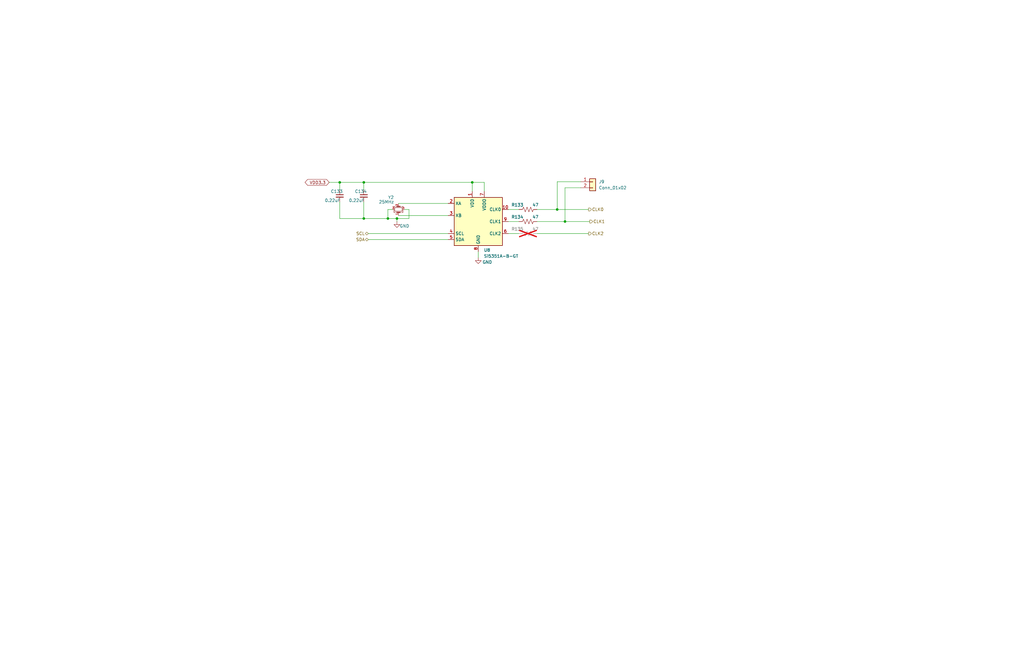
<source format=kicad_sch>
(kicad_sch (version 20230121) (generator eeschema)
  (paper "B")
  (lib_symbols
    (symbol "Connector_Generic:Conn_01x02" (pin_names (offset 1.016) hide)
      (property "Reference" "J" (at 0 2.54 0))
      (property "Value" "Conn_01x02" (at 0 -5.08 0))
      (symbol "Conn_01x02_1_1"
        (rectangle (start -1.27 -2.413) (end 0 -2.667) (stroke (width 0.1524)))
        (rectangle (start -1.27 0.127) (end 0 -0.127) (stroke (width 0.1524)))
        (rectangle (start -1.27 1.27) (end 1.27 -3.81) (stroke (width 0.254)) (fill (type background)))
        (pin passive line (at -5.08 0 0) (length 3.81) (name "Pin_1") (number "1"))
        (pin passive line (at -5.08 -2.54 0) (length 3.81) (name "Pin_2") (number "2"))
      )
    )
    (symbol "Device:C_Small" (pin_numbers hide) (pin_names (offset 0.254) hide)
      (property "Reference" "C" (at 0.254 1.778 0))
      (property "Value" "C_Small" (at 0.254 -2.032 0))
      (symbol "C_Small_0_1"
        (polyline (pts (xy -1.524 -0.508) (xy 1.524 -0.508)) (stroke (width 0.3302)))
        (polyline (pts (xy -1.524 0.508) (xy 1.524 0.508)) (stroke (width 0.3048)))
      )
      (symbol "C_Small_1_1"
        (pin passive line (at 0 2.54 270) (length 2.032) (name "~") (number "1"))
        (pin passive line (at 0 -2.54 90) (length 2.032) (name "~") (number "2"))
      )
    )
    (symbol "Device:Crystal_GND24_Small" (pin_names (offset 1.016) hide)
      (property "Reference" "Y" (at 1.27 4.445 0))
      (property "Value" "Crystal_GND24_Small" (at 1.27 2.54 0))
      (symbol "Crystal_GND24_Small_0_1"
        (rectangle (start -0.762 -1.524) (end 0.762 1.524))
        (polyline (pts (xy -1.27 -0.762) (xy -1.27 0.762)) (stroke (width 0.381)))
        (polyline (pts (xy 1.27 -0.762) (xy 1.27 0.762)) (stroke (width 0.381)))
        (polyline (pts (xy -1.27 -1.27) (xy -1.27 -1.905) (xy 1.27 -1.905) (xy 1.27 -1.27)))
        (polyline (pts (xy -1.27 1.27) (xy -1.27 1.905) (xy 1.27 1.905) (xy 1.27 1.27)))
      )
      (symbol "Crystal_GND24_Small_1_1"
        (pin passive line (at -2.54 0 0) (length 1.27) (name "1") (number "1"))
        (pin passive line (at 0 -2.54 90) (length 0.635) (name "2") (number "2"))
        (pin passive line (at 2.54 0 180) (length 1.27) (name "3") (number "3"))
        (pin passive line (at 0 2.54 270) (length 0.635) (name "4") (number "4"))
      )
    )
    (symbol "Device:R_US" (pin_numbers hide) (pin_names (offset 0))
      (property "Reference" "R" (at 2.54 0 90))
      (property "Value" "R_US" (at -2.54 0 90))
      (symbol "R_US_0_1"
        (polyline (pts (xy 0 -2.286) (xy 0 -2.54)))
        (polyline (pts (xy 0 2.286) (xy 0 2.54)))
        (polyline (pts (xy 0 -0.762) (xy 1.016 -1.143) (xy 0 -1.524) (xy -1.016 -1.905) (xy 0 -2.286)))
        (polyline (pts (xy 0 0.762) (xy 1.016 0.381) (xy 0 0) (xy -1.016 -0.381) (xy 0 -0.762)))
        (polyline (pts (xy 0 2.286) (xy 1.016 1.905) (xy 0 1.524) (xy -1.016 1.143) (xy 0 0.762)))
      )
      (symbol "R_US_1_1"
        (pin passive line (at 0 3.81 270) (length 1.27) (name "~") (number "1"))
        (pin passive line (at 0 -3.81 90) (length 1.27) (name "~") (number "2"))
      )
    )
    (symbol "Oscillator:Si5351A-B-GT"
      (property "Reference" "U" (at -8.89 11.43 0))
      (property "Value" "Si5351A-B-GT" (at -12.7 -12.7 0))
      (symbol "Si5351A-B-GT_0_1"
        (rectangle (start -10.16 10.16) (end 10.16 -10.16) (stroke (width 0.254)) (fill (type background)))
      )
      (symbol "Si5351A-B-GT_1_1"
        (pin power_in line (at -2.54 12.7 270) (length 2.54) (name "VDD") (number "1"))
        (pin output line (at 12.7 5.08 180) (length 2.54) (name "CLK0") (number "10"))
        (pin input line (at -12.7 7.62 0) (length 2.54) (name "XA") (number "2"))
        (pin input line (at -12.7 2.54 0) (length 2.54) (name "XB") (number "3"))
        (pin input line (at -12.7 -5.08 0) (length 2.54) (name "SCL") (number "4"))
        (pin bidirectional line (at -12.7 -7.62 0) (length 2.54) (name "SDA") (number "5"))
        (pin output line (at 12.7 -5.08 180) (length 2.54) (name "CLK2") (number "6"))
        (pin power_in line (at 2.54 12.7 270) (length 2.54) (name "VDDO") (number "7"))
        (pin power_in line (at 0 -12.7 90) (length 2.54) (name "GND") (number "8"))
        (pin output line (at 12.7 0 180) (length 2.54) (name "CLK1") (number "9"))
      )
    )
    (symbol "power:GND" (power) (pin_names (offset 0))
      (property "Value" "GND" (at 0 -3.81 0))
      (symbol "GND_0_1"
        (polyline (pts (xy 0 0) (xy 0 -1.27) (xy 1.27 -1.27) (xy 0 -2.54) (xy -1.27 -1.27) (xy 0 -1.27)))
      )
      (symbol "GND_1_1"
        (pin power_in line (at 0 0 270) (length 0) hide (name "GND") (number "1"))
      )
    )
  )
  (junction (at 143.256 76.962))
  (junction (at 153.416 92.202))
  (junction (at 167.386 92.202))
  (junction (at 238.252 93.472))
  (junction (at 199.136 76.962))
  (junction (at 163.576 92.202))
  (junction (at 234.95 88.392))
  (junction (at 153.416 76.962))
  (wire (pts (xy 234.95 76.708) (xy 234.95 88.392)))
  (wire (pts (xy 199.136 80.772) (xy 199.136 76.962)))
  (wire (pts (xy 168.021 90.932) (xy 188.976 90.932)))
  (wire (pts (xy 226.441 98.552) (xy 248.158 98.552)))
  (wire (pts (xy 172.466 92.202) (xy 172.466 88.392)))
  (wire (pts (xy 244.856 79.248) (xy 238.252 79.248)))
  (wire (pts (xy 163.576 92.202) (xy 167.386 92.202)))
  (wire (pts (xy 238.252 93.472) (xy 248.666 93.472)))
  (wire (pts (xy 143.256 92.202) (xy 153.416 92.202)))
  (wire (pts (xy 155.321 98.552) (xy 188.976 98.552)))
  (wire (pts (xy 143.256 76.962) (xy 153.416 76.962)))
  (wire (pts (xy 165.481 88.392) (xy 163.576 88.392)))
  (wire (pts (xy 168.021 85.852) (xy 188.976 85.852)))
  (wire (pts (xy 214.376 98.552) (xy 218.821 98.552)))
  (wire (pts (xy 163.576 88.392) (xy 163.576 92.202)))
  (wire (pts (xy 153.416 85.217) (xy 153.416 92.202)))
  (wire (pts (xy 234.95 88.392) (xy 226.441 88.392)))
  (wire (pts (xy 214.376 93.472) (xy 218.821 93.472)))
  (wire (pts (xy 238.252 93.472) (xy 226.441 93.472)))
  (wire (pts (xy 234.95 88.392) (xy 248.158 88.392)))
  (wire (pts (xy 204.216 80.772) (xy 204.216 76.962)))
  (wire (pts (xy 143.256 85.217) (xy 143.256 92.202)))
  (wire (pts (xy 244.856 76.708) (xy 234.95 76.708)))
  (wire (pts (xy 238.252 79.248) (xy 238.252 93.472)))
  (wire (pts (xy 167.386 92.202) (xy 167.386 93.472)))
  (wire (pts (xy 204.216 76.962) (xy 199.136 76.962)))
  (wire (pts (xy 153.416 76.962) (xy 153.416 80.137)))
  (wire (pts (xy 214.376 88.392) (xy 218.821 88.392)))
  (wire (pts (xy 153.416 76.962) (xy 199.136 76.962)))
  (wire (pts (xy 143.256 76.962) (xy 143.256 80.137)))
  (wire (pts (xy 172.466 88.392) (xy 170.561 88.392)))
  (wire (pts (xy 167.386 92.202) (xy 172.466 92.202)))
  (wire (pts (xy 153.416 92.202) (xy 163.576 92.202)))
  (wire (pts (xy 138.811 76.962) (xy 143.256 76.962)))
  (wire (pts (xy 155.321 101.092) (xy 188.976 101.092)))
  (wire (pts (xy 201.676 106.172) (xy 201.676 108.712)))
  (global_label "VDD3.3" (shape bidirectional) (at 138.811 76.962 180) (property "Intersheetrefs" "${INTERSHEET_REFS}" (at 128.7146 76.962 0) (effects (justify right))))
  (hierarchical_label "SDA" (shape bidirectional) (at 155.321 101.092 180))
  (hierarchical_label "CLK0" (shape output) (at 248.158 88.392 0))
  (hierarchical_label "SCL" (shape bidirectional) (at 155.321 98.552 180))
  (hierarchical_label "CLK1" (shape output) (at 248.666 93.472 0))
  (hierarchical_label "CLK2" (shape output) (at 248.158 98.552 0))
  (symbol (lib_id "Oscillator:Si5351A-B-GT") (at 201.676 93.472 0) (unit 1)
    (property "Reference" "U8" (at 203.9994 105.537 0) (effects (justify left)))
    (property "Value" "Si5351A-B-GT" (at 203.9994 108.077 0) (effects (justify left)))
    (property "Footprint" "Package_SO:MSOP-10_3x3mm_P0.5mm" (effects hide))
    (property "Datasheet" "https://www.silabs.com/documents/public/data-sheets/Si5351-B.pdf" (effects hide))
  )
  (symbol (lib_id "power:GND") (at 201.676 108.712 0) (unit 1)
    (property "Reference" "#PWR038" (effects hide))
    (property "Value" "GND" (at 205.486 110.617 0))
  )
  (symbol (lib_id "Device:R_US") (at 222.631 98.552 90) (unit 1) (dnp yes)
    (property "Reference" "R135" (at 218.186 96.647 90))
    (property "Value" "47" (at 225.806 96.647 90))
    (property "Footprint" "Resistor_SMD:R_0603_1608Metric_Pad0.98x0.95mm_HandSolder" (effects hide))
  )
  (symbol (lib_id "power:GND") (at 167.386 93.472 0) (unit 1)
    (property "Reference" "#PWR037" (effects hide))
    (property "Value" "GND" (at 170.561 95.377 0))
  )
  (symbol (lib_id "Device:Crystal_GND24_Small") (at 168.021 88.392 270) (mirror x) (unit 1)
    (property "Reference" "Y2" (at 164.846 83.312 90))
    (property "Value" "25MHz" (at 162.941 85.217 90))
    (property "Footprint" "Crystal:Crystal_SMD_Abracon_ABM8G-4Pin_3.2x2.5mm" (effects hide))
  )
  (symbol (lib_id "Device:R_US") (at 222.631 88.392 90) (unit 1)
    (property "Reference" "R133" (at 218.186 86.487 90))
    (property "Value" "47" (at 225.806 86.487 90))
    (property "Footprint" "Resistor_SMD:R_0603_1608Metric_Pad0.98x0.95mm_HandSolder" (effects hide))
  )
  (symbol (lib_id "Device:C_Small") (at 143.256 82.677 0) (unit 1)
    (property "Reference" "C133" (at 139.446 80.772 0) (effects (justify left)))
    (property "Value" "0.22uF" (at 136.906 84.582 0) (effects (justify left)))
    (property "Footprint" "Capacitor_SMD:C_0603_1608Metric_Pad1.08x0.95mm_HandSolder" (effects hide))
  )
  (symbol (lib_id "Device:C_Small") (at 153.416 82.677 0) (unit 1)
    (property "Reference" "C134" (at 149.606 80.772 0) (effects (justify left)))
    (property "Value" "0.22uF" (at 147.066 84.582 0) (effects (justify left)))
    (property "Footprint" "Capacitor_SMD:C_0603_1608Metric_Pad1.08x0.95mm_HandSolder" (effects hide))
  )
  (symbol (lib_id "Device:R_US") (at 222.631 93.472 90) (unit 1)
    (property "Reference" "R134" (at 218.186 91.567 90))
    (property "Value" "47" (at 225.806 91.567 90))
    (property "Footprint" "Resistor_SMD:R_0603_1608Metric_Pad0.98x0.95mm_HandSolder" (effects hide))
  )
  (symbol (lib_id "Connector_Generic:Conn_01x02") (at 249.936 76.708 0) (unit 1)
    (property "Reference" "J9" (at 252.476 76.708 0) (effects (justify left)))
    (property "Value" "Conn_01x02" (at 252.476 79.248 0) (effects (justify left)))
    (property "Footprint" "Connector_PinHeader_2.54mm:PinHeader_1x02_P2.54mm_Vertical" (effects hide))
  )
)
</source>
